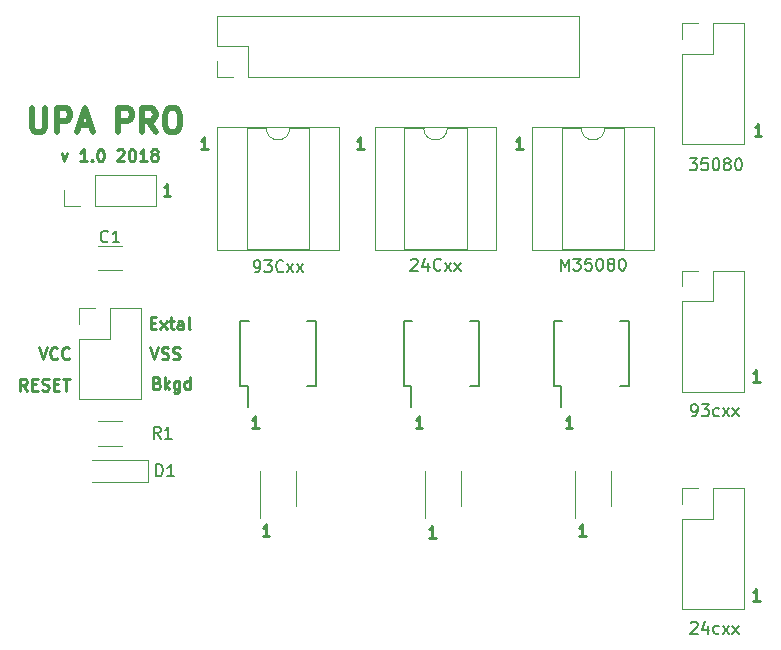
<source format=gto>
G04 #@! TF.GenerationSoftware,KiCad,Pcbnew,5.0.0-fee4fd1~65~ubuntu16.04.1*
G04 #@! TF.CreationDate,2018-07-25T18:48:16-06:00*
G04 #@! TF.ProjectId,UPA_Shield_001,5550415F536869656C645F3030312E6B,rev?*
G04 #@! TF.SameCoordinates,Original*
G04 #@! TF.FileFunction,Legend,Top*
G04 #@! TF.FilePolarity,Positive*
%FSLAX46Y46*%
G04 Gerber Fmt 4.6, Leading zero omitted, Abs format (unit mm)*
G04 Created by KiCad (PCBNEW 5.0.0-fee4fd1~65~ubuntu16.04.1) date Wed Jul 25 18:48:16 2018*
%MOMM*%
%LPD*%
G01*
G04 APERTURE LIST*
%ADD10C,0.250000*%
%ADD11C,0.500000*%
%ADD12C,0.120000*%
%ADD13C,0.150000*%
G04 APERTURE END LIST*
D10*
X124237714Y-79954380D02*
X123666285Y-79954380D01*
X123952000Y-79954380D02*
X123952000Y-78954380D01*
X123856761Y-79097238D01*
X123761523Y-79192476D01*
X123666285Y-79240095D01*
X112085619Y-96464380D02*
X111752285Y-95988190D01*
X111514190Y-96464380D02*
X111514190Y-95464380D01*
X111895142Y-95464380D01*
X111990380Y-95512000D01*
X112038000Y-95559619D01*
X112085619Y-95654857D01*
X112085619Y-95797714D01*
X112038000Y-95892952D01*
X111990380Y-95940571D01*
X111895142Y-95988190D01*
X111514190Y-95988190D01*
X112514190Y-95940571D02*
X112847523Y-95940571D01*
X112990380Y-96464380D02*
X112514190Y-96464380D01*
X112514190Y-95464380D01*
X112990380Y-95464380D01*
X113371333Y-96416761D02*
X113514190Y-96464380D01*
X113752285Y-96464380D01*
X113847523Y-96416761D01*
X113895142Y-96369142D01*
X113942761Y-96273904D01*
X113942761Y-96178666D01*
X113895142Y-96083428D01*
X113847523Y-96035809D01*
X113752285Y-95988190D01*
X113561809Y-95940571D01*
X113466571Y-95892952D01*
X113418952Y-95845333D01*
X113371333Y-95750095D01*
X113371333Y-95654857D01*
X113418952Y-95559619D01*
X113466571Y-95512000D01*
X113561809Y-95464380D01*
X113799904Y-95464380D01*
X113942761Y-95512000D01*
X114371333Y-95940571D02*
X114704666Y-95940571D01*
X114847523Y-96464380D02*
X114371333Y-96464380D01*
X114371333Y-95464380D01*
X114847523Y-95464380D01*
X115133238Y-95464380D02*
X115704666Y-95464380D01*
X115418952Y-96464380D02*
X115418952Y-95464380D01*
X113093666Y-92797380D02*
X113427000Y-93797380D01*
X113760333Y-92797380D01*
X114665095Y-93702142D02*
X114617476Y-93749761D01*
X114474619Y-93797380D01*
X114379380Y-93797380D01*
X114236523Y-93749761D01*
X114141285Y-93654523D01*
X114093666Y-93559285D01*
X114046047Y-93368809D01*
X114046047Y-93225952D01*
X114093666Y-93035476D01*
X114141285Y-92940238D01*
X114236523Y-92845000D01*
X114379380Y-92797380D01*
X114474619Y-92797380D01*
X114617476Y-92845000D01*
X114665095Y-92892619D01*
X115665095Y-93702142D02*
X115617476Y-93749761D01*
X115474619Y-93797380D01*
X115379380Y-93797380D01*
X115236523Y-93749761D01*
X115141285Y-93654523D01*
X115093666Y-93559285D01*
X115046047Y-93368809D01*
X115046047Y-93225952D01*
X115093666Y-93035476D01*
X115141285Y-92940238D01*
X115236523Y-92845000D01*
X115379380Y-92797380D01*
X115474619Y-92797380D01*
X115617476Y-92845000D01*
X115665095Y-92892619D01*
X123094904Y-95813571D02*
X123237761Y-95861190D01*
X123285380Y-95908809D01*
X123333000Y-96004047D01*
X123333000Y-96146904D01*
X123285380Y-96242142D01*
X123237761Y-96289761D01*
X123142523Y-96337380D01*
X122761571Y-96337380D01*
X122761571Y-95337380D01*
X123094904Y-95337380D01*
X123190142Y-95385000D01*
X123237761Y-95432619D01*
X123285380Y-95527857D01*
X123285380Y-95623095D01*
X123237761Y-95718333D01*
X123190142Y-95765952D01*
X123094904Y-95813571D01*
X122761571Y-95813571D01*
X123761571Y-96337380D02*
X123761571Y-95337380D01*
X123856809Y-95956428D02*
X124142523Y-96337380D01*
X124142523Y-95670714D02*
X123761571Y-96051666D01*
X124999666Y-95670714D02*
X124999666Y-96480238D01*
X124952047Y-96575476D01*
X124904428Y-96623095D01*
X124809190Y-96670714D01*
X124666333Y-96670714D01*
X124571095Y-96623095D01*
X124999666Y-96289761D02*
X124904428Y-96337380D01*
X124713952Y-96337380D01*
X124618714Y-96289761D01*
X124571095Y-96242142D01*
X124523476Y-96146904D01*
X124523476Y-95861190D01*
X124571095Y-95765952D01*
X124618714Y-95718333D01*
X124713952Y-95670714D01*
X124904428Y-95670714D01*
X124999666Y-95718333D01*
X125904428Y-96337380D02*
X125904428Y-95337380D01*
X125904428Y-96289761D02*
X125809190Y-96337380D01*
X125618714Y-96337380D01*
X125523476Y-96289761D01*
X125475857Y-96242142D01*
X125428238Y-96146904D01*
X125428238Y-95861190D01*
X125475857Y-95765952D01*
X125523476Y-95718333D01*
X125618714Y-95670714D01*
X125809190Y-95670714D01*
X125904428Y-95718333D01*
X122539285Y-92797380D02*
X122872619Y-93797380D01*
X123205952Y-92797380D01*
X123491666Y-93749761D02*
X123634523Y-93797380D01*
X123872619Y-93797380D01*
X123967857Y-93749761D01*
X124015476Y-93702142D01*
X124063095Y-93606904D01*
X124063095Y-93511666D01*
X124015476Y-93416428D01*
X123967857Y-93368809D01*
X123872619Y-93321190D01*
X123682142Y-93273571D01*
X123586904Y-93225952D01*
X123539285Y-93178333D01*
X123491666Y-93083095D01*
X123491666Y-92987857D01*
X123539285Y-92892619D01*
X123586904Y-92845000D01*
X123682142Y-92797380D01*
X123920238Y-92797380D01*
X124063095Y-92845000D01*
X124444047Y-93749761D02*
X124586904Y-93797380D01*
X124825000Y-93797380D01*
X124920238Y-93749761D01*
X124967857Y-93702142D01*
X125015476Y-93606904D01*
X125015476Y-93511666D01*
X124967857Y-93416428D01*
X124920238Y-93368809D01*
X124825000Y-93321190D01*
X124634523Y-93273571D01*
X124539285Y-93225952D01*
X124491666Y-93178333D01*
X124444047Y-93083095D01*
X124444047Y-92987857D01*
X124491666Y-92892619D01*
X124539285Y-92845000D01*
X124634523Y-92797380D01*
X124872619Y-92797380D01*
X125015476Y-92845000D01*
X122586952Y-90733571D02*
X122920285Y-90733571D01*
X123063142Y-91257380D02*
X122586952Y-91257380D01*
X122586952Y-90257380D01*
X123063142Y-90257380D01*
X123396476Y-91257380D02*
X123920285Y-90590714D01*
X123396476Y-90590714D02*
X123920285Y-91257380D01*
X124158380Y-90590714D02*
X124539333Y-90590714D01*
X124301238Y-90257380D02*
X124301238Y-91114523D01*
X124348857Y-91209761D01*
X124444095Y-91257380D01*
X124539333Y-91257380D01*
X125301238Y-91257380D02*
X125301238Y-90733571D01*
X125253619Y-90638333D01*
X125158380Y-90590714D01*
X124967904Y-90590714D01*
X124872666Y-90638333D01*
X125301238Y-91209761D02*
X125206000Y-91257380D01*
X124967904Y-91257380D01*
X124872666Y-91209761D01*
X124825047Y-91114523D01*
X124825047Y-91019285D01*
X124872666Y-90924047D01*
X124967904Y-90876428D01*
X125206000Y-90876428D01*
X125301238Y-90828809D01*
X125920285Y-91257380D02*
X125825047Y-91209761D01*
X125777428Y-91114523D01*
X125777428Y-90257380D01*
X174148714Y-114244380D02*
X173577285Y-114244380D01*
X173863000Y-114244380D02*
X173863000Y-113244380D01*
X173767761Y-113387238D01*
X173672523Y-113482476D01*
X173577285Y-113530095D01*
X174148714Y-95702380D02*
X173577285Y-95702380D01*
X173863000Y-95702380D02*
X173863000Y-94702380D01*
X173767761Y-94845238D01*
X173672523Y-94940476D01*
X173577285Y-94988095D01*
X174275714Y-74874380D02*
X173704285Y-74874380D01*
X173990000Y-74874380D02*
X173990000Y-73874380D01*
X173894761Y-74017238D01*
X173799523Y-74112476D01*
X173704285Y-74160095D01*
X158273714Y-99639380D02*
X157702285Y-99639380D01*
X157988000Y-99639380D02*
X157988000Y-98639380D01*
X157892761Y-98782238D01*
X157797523Y-98877476D01*
X157702285Y-98925095D01*
X159416714Y-108783380D02*
X158845285Y-108783380D01*
X159131000Y-108783380D02*
X159131000Y-107783380D01*
X159035761Y-107926238D01*
X158940523Y-108021476D01*
X158845285Y-108069095D01*
X146716714Y-108910380D02*
X146145285Y-108910380D01*
X146431000Y-108910380D02*
X146431000Y-107910380D01*
X146335761Y-108053238D01*
X146240523Y-108148476D01*
X146145285Y-108196095D01*
X145573714Y-99639380D02*
X145002285Y-99639380D01*
X145288000Y-99639380D02*
X145288000Y-98639380D01*
X145192761Y-98782238D01*
X145097523Y-98877476D01*
X145002285Y-98925095D01*
X132619714Y-108783380D02*
X132048285Y-108783380D01*
X132334000Y-108783380D02*
X132334000Y-107783380D01*
X132238761Y-107926238D01*
X132143523Y-108021476D01*
X132048285Y-108069095D01*
X131730714Y-99639380D02*
X131159285Y-99639380D01*
X131445000Y-99639380D02*
X131445000Y-98639380D01*
X131349761Y-98782238D01*
X131254523Y-98877476D01*
X131159285Y-98925095D01*
X154082714Y-76017380D02*
X153511285Y-76017380D01*
X153797000Y-76017380D02*
X153797000Y-75017380D01*
X153701761Y-75160238D01*
X153606523Y-75255476D01*
X153511285Y-75303095D01*
X140620714Y-76017380D02*
X140049285Y-76017380D01*
X140335000Y-76017380D02*
X140335000Y-75017380D01*
X140239761Y-75160238D01*
X140144523Y-75255476D01*
X140049285Y-75303095D01*
X127412714Y-76017380D02*
X126841285Y-76017380D01*
X127127000Y-76017380D02*
X127127000Y-75017380D01*
X127031761Y-75160238D01*
X126936523Y-75255476D01*
X126841285Y-75303095D01*
X115030761Y-76366714D02*
X115268857Y-77033380D01*
X115506952Y-76366714D01*
X117173619Y-77033380D02*
X116602190Y-77033380D01*
X116887904Y-77033380D02*
X116887904Y-76033380D01*
X116792666Y-76176238D01*
X116697428Y-76271476D01*
X116602190Y-76319095D01*
X117602190Y-76938142D02*
X117649809Y-76985761D01*
X117602190Y-77033380D01*
X117554571Y-76985761D01*
X117602190Y-76938142D01*
X117602190Y-77033380D01*
X118268857Y-76033380D02*
X118364095Y-76033380D01*
X118459333Y-76081000D01*
X118506952Y-76128619D01*
X118554571Y-76223857D01*
X118602190Y-76414333D01*
X118602190Y-76652428D01*
X118554571Y-76842904D01*
X118506952Y-76938142D01*
X118459333Y-76985761D01*
X118364095Y-77033380D01*
X118268857Y-77033380D01*
X118173619Y-76985761D01*
X118126000Y-76938142D01*
X118078380Y-76842904D01*
X118030761Y-76652428D01*
X118030761Y-76414333D01*
X118078380Y-76223857D01*
X118126000Y-76128619D01*
X118173619Y-76081000D01*
X118268857Y-76033380D01*
X119745047Y-76128619D02*
X119792666Y-76081000D01*
X119887904Y-76033380D01*
X120126000Y-76033380D01*
X120221238Y-76081000D01*
X120268857Y-76128619D01*
X120316476Y-76223857D01*
X120316476Y-76319095D01*
X120268857Y-76461952D01*
X119697428Y-77033380D01*
X120316476Y-77033380D01*
X120935523Y-76033380D02*
X121030761Y-76033380D01*
X121126000Y-76081000D01*
X121173619Y-76128619D01*
X121221238Y-76223857D01*
X121268857Y-76414333D01*
X121268857Y-76652428D01*
X121221238Y-76842904D01*
X121173619Y-76938142D01*
X121126000Y-76985761D01*
X121030761Y-77033380D01*
X120935523Y-77033380D01*
X120840285Y-76985761D01*
X120792666Y-76938142D01*
X120745047Y-76842904D01*
X120697428Y-76652428D01*
X120697428Y-76414333D01*
X120745047Y-76223857D01*
X120792666Y-76128619D01*
X120840285Y-76081000D01*
X120935523Y-76033380D01*
X122221238Y-77033380D02*
X121649809Y-77033380D01*
X121935523Y-77033380D02*
X121935523Y-76033380D01*
X121840285Y-76176238D01*
X121745047Y-76271476D01*
X121649809Y-76319095D01*
X122792666Y-76461952D02*
X122697428Y-76414333D01*
X122649809Y-76366714D01*
X122602190Y-76271476D01*
X122602190Y-76223857D01*
X122649809Y-76128619D01*
X122697428Y-76081000D01*
X122792666Y-76033380D01*
X122983142Y-76033380D01*
X123078380Y-76081000D01*
X123126000Y-76128619D01*
X123173619Y-76223857D01*
X123173619Y-76271476D01*
X123126000Y-76366714D01*
X123078380Y-76414333D01*
X122983142Y-76461952D01*
X122792666Y-76461952D01*
X122697428Y-76509571D01*
X122649809Y-76557190D01*
X122602190Y-76652428D01*
X122602190Y-76842904D01*
X122649809Y-76938142D01*
X122697428Y-76985761D01*
X122792666Y-77033380D01*
X122983142Y-77033380D01*
X123078380Y-76985761D01*
X123126000Y-76938142D01*
X123173619Y-76842904D01*
X123173619Y-76652428D01*
X123126000Y-76557190D01*
X123078380Y-76509571D01*
X122983142Y-76461952D01*
D11*
X112506904Y-72564761D02*
X112506904Y-74183809D01*
X112602142Y-74374285D01*
X112697380Y-74469523D01*
X112887857Y-74564761D01*
X113268809Y-74564761D01*
X113459285Y-74469523D01*
X113554523Y-74374285D01*
X113649761Y-74183809D01*
X113649761Y-72564761D01*
X114602142Y-74564761D02*
X114602142Y-72564761D01*
X115364047Y-72564761D01*
X115554523Y-72660000D01*
X115649761Y-72755238D01*
X115745000Y-72945714D01*
X115745000Y-73231428D01*
X115649761Y-73421904D01*
X115554523Y-73517142D01*
X115364047Y-73612380D01*
X114602142Y-73612380D01*
X116506904Y-73993333D02*
X117459285Y-73993333D01*
X116316428Y-74564761D02*
X116983095Y-72564761D01*
X117649761Y-74564761D01*
X119840238Y-74564761D02*
X119840238Y-72564761D01*
X120602142Y-72564761D01*
X120792619Y-72660000D01*
X120887857Y-72755238D01*
X120983095Y-72945714D01*
X120983095Y-73231428D01*
X120887857Y-73421904D01*
X120792619Y-73517142D01*
X120602142Y-73612380D01*
X119840238Y-73612380D01*
X122983095Y-74564761D02*
X122316428Y-73612380D01*
X121840238Y-74564761D02*
X121840238Y-72564761D01*
X122602142Y-72564761D01*
X122792619Y-72660000D01*
X122887857Y-72755238D01*
X122983095Y-72945714D01*
X122983095Y-73231428D01*
X122887857Y-73421904D01*
X122792619Y-73517142D01*
X122602142Y-73612380D01*
X121840238Y-73612380D01*
X124221190Y-72564761D02*
X124602142Y-72564761D01*
X124792619Y-72660000D01*
X124983095Y-72850476D01*
X125078333Y-73231428D01*
X125078333Y-73898095D01*
X124983095Y-74279047D01*
X124792619Y-74469523D01*
X124602142Y-74564761D01*
X124221190Y-74564761D01*
X124030714Y-74469523D01*
X123840238Y-74279047D01*
X123745000Y-73898095D01*
X123745000Y-73231428D01*
X123840238Y-72850476D01*
X124030714Y-72660000D01*
X124221190Y-72564761D01*
D12*
G04 #@! TO.C,J1*
X128210000Y-69910000D02*
X128210000Y-68580000D01*
X129540000Y-69910000D02*
X128210000Y-69910000D01*
X128210000Y-67310000D02*
X128210000Y-64710000D01*
X130810000Y-67310000D02*
X128210000Y-67310000D01*
X130810000Y-69910000D02*
X130810000Y-67310000D01*
X128210000Y-64710000D02*
X158810000Y-64710000D01*
X130810000Y-69910000D02*
X158810000Y-69910000D01*
X158810000Y-69910000D02*
X158810000Y-64710000D01*
G04 #@! TO.C,J2*
X167580000Y-75625000D02*
X172780000Y-75625000D01*
X167580000Y-67945000D02*
X167580000Y-75625000D01*
X172780000Y-65345000D02*
X172780000Y-75625000D01*
X167580000Y-67945000D02*
X170180000Y-67945000D01*
X170180000Y-67945000D02*
X170180000Y-65345000D01*
X170180000Y-65345000D02*
X172780000Y-65345000D01*
X167580000Y-66675000D02*
X167580000Y-65345000D01*
X167580000Y-65345000D02*
X168910000Y-65345000D01*
G04 #@! TO.C,J3*
X167580000Y-96580000D02*
X172780000Y-96580000D01*
X167580000Y-88900000D02*
X167580000Y-96580000D01*
X172780000Y-86300000D02*
X172780000Y-96580000D01*
X167580000Y-88900000D02*
X170180000Y-88900000D01*
X170180000Y-88900000D02*
X170180000Y-86300000D01*
X170180000Y-86300000D02*
X172780000Y-86300000D01*
X167580000Y-87630000D02*
X167580000Y-86300000D01*
X167580000Y-86300000D02*
X168910000Y-86300000D01*
G04 #@! TO.C,J4*
X167580000Y-104715000D02*
X168910000Y-104715000D01*
X167580000Y-106045000D02*
X167580000Y-104715000D01*
X170180000Y-104715000D02*
X172780000Y-104715000D01*
X170180000Y-107315000D02*
X170180000Y-104715000D01*
X167580000Y-107315000D02*
X170180000Y-107315000D01*
X172780000Y-104715000D02*
X172780000Y-114995000D01*
X167580000Y-107315000D02*
X167580000Y-114995000D01*
X167580000Y-114995000D02*
X172780000Y-114995000D01*
G04 #@! TO.C,J6*
X122996000Y-80832000D02*
X122996000Y-78172000D01*
X117856000Y-80832000D02*
X122996000Y-80832000D01*
X117856000Y-78172000D02*
X122996000Y-78172000D01*
X117856000Y-80832000D02*
X117856000Y-78172000D01*
X116586000Y-80832000D02*
X115256000Y-80832000D01*
X115256000Y-80832000D02*
X115256000Y-79502000D01*
G04 #@! TO.C,J11*
X116526000Y-97215000D02*
X121726000Y-97215000D01*
X116526000Y-92075000D02*
X116526000Y-97215000D01*
X121726000Y-89475000D02*
X121726000Y-97215000D01*
X116526000Y-92075000D02*
X119126000Y-92075000D01*
X119126000Y-92075000D02*
X119126000Y-89475000D01*
X119126000Y-89475000D02*
X121726000Y-89475000D01*
X116526000Y-90805000D02*
X116526000Y-89475000D01*
X116526000Y-89475000D02*
X117856000Y-89475000D01*
G04 #@! TO.C,U1*
X134350000Y-74235000D02*
G75*
G02X132350000Y-74235000I-1000000J0D01*
G01*
X132350000Y-74235000D02*
X130700000Y-74235000D01*
X130700000Y-74235000D02*
X130700000Y-84515000D01*
X130700000Y-84515000D02*
X136000000Y-84515000D01*
X136000000Y-84515000D02*
X136000000Y-74235000D01*
X136000000Y-74235000D02*
X134350000Y-74235000D01*
X128210000Y-74175000D02*
X128210000Y-84575000D01*
X128210000Y-84575000D02*
X138490000Y-84575000D01*
X138490000Y-84575000D02*
X138490000Y-74175000D01*
X138490000Y-74175000D02*
X128210000Y-74175000D01*
D13*
G04 #@! TO.C,U2*
X130145000Y-96095000D02*
X130800000Y-96095000D01*
X130145000Y-90595000D02*
X130895000Y-90595000D01*
X136555000Y-90595000D02*
X135805000Y-90595000D01*
X136555000Y-96095000D02*
X135805000Y-96095000D01*
X130145000Y-96095000D02*
X130145000Y-90595000D01*
X136555000Y-96095000D02*
X136555000Y-90595000D01*
X130800000Y-96095000D02*
X130800000Y-97845000D01*
D12*
G04 #@! TO.C,U4*
X151825000Y-74175000D02*
X141545000Y-74175000D01*
X151825000Y-84575000D02*
X151825000Y-74175000D01*
X141545000Y-84575000D02*
X151825000Y-84575000D01*
X141545000Y-74175000D02*
X141545000Y-84575000D01*
X149335000Y-74235000D02*
X147685000Y-74235000D01*
X149335000Y-84515000D02*
X149335000Y-74235000D01*
X144035000Y-84515000D02*
X149335000Y-84515000D01*
X144035000Y-74235000D02*
X144035000Y-84515000D01*
X145685000Y-74235000D02*
X144035000Y-74235000D01*
X147685000Y-74235000D02*
G75*
G02X145685000Y-74235000I-1000000J0D01*
G01*
D13*
G04 #@! TO.C,U5*
X144643000Y-96095000D02*
X144643000Y-97845000D01*
X150398000Y-96095000D02*
X150398000Y-90595000D01*
X143988000Y-96095000D02*
X143988000Y-90595000D01*
X150398000Y-96095000D02*
X149648000Y-96095000D01*
X150398000Y-90595000D02*
X149648000Y-90595000D01*
X143988000Y-90595000D02*
X144738000Y-90595000D01*
X143988000Y-96095000D02*
X144643000Y-96095000D01*
D12*
G04 #@! TO.C,U6*
X145820000Y-103275000D02*
X145820000Y-107275000D01*
X148820000Y-103275000D02*
X148820000Y-106275000D01*
G04 #@! TO.C,U7*
X161020000Y-74235000D02*
G75*
G02X159020000Y-74235000I-1000000J0D01*
G01*
X159020000Y-74235000D02*
X157370000Y-74235000D01*
X157370000Y-74235000D02*
X157370000Y-84515000D01*
X157370000Y-84515000D02*
X162670000Y-84515000D01*
X162670000Y-84515000D02*
X162670000Y-74235000D01*
X162670000Y-74235000D02*
X161020000Y-74235000D01*
X154880000Y-74175000D02*
X154880000Y-84575000D01*
X154880000Y-84575000D02*
X165160000Y-84575000D01*
X165160000Y-84575000D02*
X165160000Y-74175000D01*
X165160000Y-74175000D02*
X154880000Y-74175000D01*
D13*
G04 #@! TO.C,U8*
X156688000Y-96095000D02*
X157343000Y-96095000D01*
X156688000Y-90595000D02*
X157438000Y-90595000D01*
X163098000Y-90595000D02*
X162348000Y-90595000D01*
X163098000Y-96095000D02*
X162348000Y-96095000D01*
X156688000Y-96095000D02*
X156688000Y-90595000D01*
X163098000Y-96095000D02*
X163098000Y-90595000D01*
X157343000Y-96095000D02*
X157343000Y-97845000D01*
D12*
G04 #@! TO.C,U9*
X161520000Y-103275000D02*
X161520000Y-106275000D01*
X158520000Y-103275000D02*
X158520000Y-107275000D01*
G04 #@! TO.C,U3*
X134850000Y-103275000D02*
X134850000Y-106275000D01*
X131850000Y-103275000D02*
X131850000Y-107275000D01*
G04 #@! TO.C,C1*
X118126000Y-86237000D02*
X120126000Y-86237000D01*
X120126000Y-84197000D02*
X118126000Y-84197000D01*
G04 #@! TO.C,D1*
X122326001Y-104201000D02*
X117626001Y-104201000D01*
X122326001Y-102301000D02*
X117626001Y-102301000D01*
X122326001Y-104201000D02*
X122326001Y-102301000D01*
G04 #@! TO.C,R1*
X120126000Y-101146000D02*
X118126000Y-101146000D01*
X118126000Y-99006000D02*
X120126000Y-99006000D01*
G04 #@! TO.C,*
D13*
G04 #@! TO.C,J2*
X168195904Y-76795380D02*
X168814952Y-76795380D01*
X168481619Y-77176333D01*
X168624476Y-77176333D01*
X168719714Y-77223952D01*
X168767333Y-77271571D01*
X168814952Y-77366809D01*
X168814952Y-77604904D01*
X168767333Y-77700142D01*
X168719714Y-77747761D01*
X168624476Y-77795380D01*
X168338761Y-77795380D01*
X168243523Y-77747761D01*
X168195904Y-77700142D01*
X169719714Y-76795380D02*
X169243523Y-76795380D01*
X169195904Y-77271571D01*
X169243523Y-77223952D01*
X169338761Y-77176333D01*
X169576857Y-77176333D01*
X169672095Y-77223952D01*
X169719714Y-77271571D01*
X169767333Y-77366809D01*
X169767333Y-77604904D01*
X169719714Y-77700142D01*
X169672095Y-77747761D01*
X169576857Y-77795380D01*
X169338761Y-77795380D01*
X169243523Y-77747761D01*
X169195904Y-77700142D01*
X170386380Y-76795380D02*
X170481619Y-76795380D01*
X170576857Y-76843000D01*
X170624476Y-76890619D01*
X170672095Y-76985857D01*
X170719714Y-77176333D01*
X170719714Y-77414428D01*
X170672095Y-77604904D01*
X170624476Y-77700142D01*
X170576857Y-77747761D01*
X170481619Y-77795380D01*
X170386380Y-77795380D01*
X170291142Y-77747761D01*
X170243523Y-77700142D01*
X170195904Y-77604904D01*
X170148285Y-77414428D01*
X170148285Y-77176333D01*
X170195904Y-76985857D01*
X170243523Y-76890619D01*
X170291142Y-76843000D01*
X170386380Y-76795380D01*
X171291142Y-77223952D02*
X171195904Y-77176333D01*
X171148285Y-77128714D01*
X171100666Y-77033476D01*
X171100666Y-76985857D01*
X171148285Y-76890619D01*
X171195904Y-76843000D01*
X171291142Y-76795380D01*
X171481619Y-76795380D01*
X171576857Y-76843000D01*
X171624476Y-76890619D01*
X171672095Y-76985857D01*
X171672095Y-77033476D01*
X171624476Y-77128714D01*
X171576857Y-77176333D01*
X171481619Y-77223952D01*
X171291142Y-77223952D01*
X171195904Y-77271571D01*
X171148285Y-77319190D01*
X171100666Y-77414428D01*
X171100666Y-77604904D01*
X171148285Y-77700142D01*
X171195904Y-77747761D01*
X171291142Y-77795380D01*
X171481619Y-77795380D01*
X171576857Y-77747761D01*
X171624476Y-77700142D01*
X171672095Y-77604904D01*
X171672095Y-77414428D01*
X171624476Y-77319190D01*
X171576857Y-77271571D01*
X171481619Y-77223952D01*
X172291142Y-76795380D02*
X172386380Y-76795380D01*
X172481619Y-76843000D01*
X172529238Y-76890619D01*
X172576857Y-76985857D01*
X172624476Y-77176333D01*
X172624476Y-77414428D01*
X172576857Y-77604904D01*
X172529238Y-77700142D01*
X172481619Y-77747761D01*
X172386380Y-77795380D01*
X172291142Y-77795380D01*
X172195904Y-77747761D01*
X172148285Y-77700142D01*
X172100666Y-77604904D01*
X172053047Y-77414428D01*
X172053047Y-77176333D01*
X172100666Y-76985857D01*
X172148285Y-76890619D01*
X172195904Y-76843000D01*
X172291142Y-76795380D01*
G04 #@! TO.C,J3*
X168402238Y-98623380D02*
X168592714Y-98623380D01*
X168687952Y-98575761D01*
X168735571Y-98528142D01*
X168830809Y-98385285D01*
X168878428Y-98194809D01*
X168878428Y-97813857D01*
X168830809Y-97718619D01*
X168783190Y-97671000D01*
X168687952Y-97623380D01*
X168497476Y-97623380D01*
X168402238Y-97671000D01*
X168354619Y-97718619D01*
X168307000Y-97813857D01*
X168307000Y-98051952D01*
X168354619Y-98147190D01*
X168402238Y-98194809D01*
X168497476Y-98242428D01*
X168687952Y-98242428D01*
X168783190Y-98194809D01*
X168830809Y-98147190D01*
X168878428Y-98051952D01*
X169211761Y-97623380D02*
X169830809Y-97623380D01*
X169497476Y-98004333D01*
X169640333Y-98004333D01*
X169735571Y-98051952D01*
X169783190Y-98099571D01*
X169830809Y-98194809D01*
X169830809Y-98432904D01*
X169783190Y-98528142D01*
X169735571Y-98575761D01*
X169640333Y-98623380D01*
X169354619Y-98623380D01*
X169259380Y-98575761D01*
X169211761Y-98528142D01*
X170687952Y-98575761D02*
X170592714Y-98623380D01*
X170402238Y-98623380D01*
X170307000Y-98575761D01*
X170259380Y-98528142D01*
X170211761Y-98432904D01*
X170211761Y-98147190D01*
X170259380Y-98051952D01*
X170307000Y-98004333D01*
X170402238Y-97956714D01*
X170592714Y-97956714D01*
X170687952Y-98004333D01*
X171021285Y-98623380D02*
X171545095Y-97956714D01*
X171021285Y-97956714D02*
X171545095Y-98623380D01*
X171830809Y-98623380D02*
X172354619Y-97956714D01*
X171830809Y-97956714D02*
X172354619Y-98623380D01*
G04 #@! TO.C,J4*
X168307000Y-116133619D02*
X168354619Y-116086000D01*
X168449857Y-116038380D01*
X168687952Y-116038380D01*
X168783190Y-116086000D01*
X168830809Y-116133619D01*
X168878428Y-116228857D01*
X168878428Y-116324095D01*
X168830809Y-116466952D01*
X168259380Y-117038380D01*
X168878428Y-117038380D01*
X169735571Y-116371714D02*
X169735571Y-117038380D01*
X169497476Y-115990761D02*
X169259380Y-116705047D01*
X169878428Y-116705047D01*
X170687952Y-116990761D02*
X170592714Y-117038380D01*
X170402238Y-117038380D01*
X170307000Y-116990761D01*
X170259380Y-116943142D01*
X170211761Y-116847904D01*
X170211761Y-116562190D01*
X170259380Y-116466952D01*
X170307000Y-116419333D01*
X170402238Y-116371714D01*
X170592714Y-116371714D01*
X170687952Y-116419333D01*
X171021285Y-117038380D02*
X171545095Y-116371714D01*
X171021285Y-116371714D02*
X171545095Y-117038380D01*
X171830809Y-117038380D02*
X172354619Y-116371714D01*
X171830809Y-116371714D02*
X172354619Y-117038380D01*
G04 #@! TO.C,U1*
X131373809Y-86431380D02*
X131564285Y-86431380D01*
X131659523Y-86383761D01*
X131707142Y-86336142D01*
X131802380Y-86193285D01*
X131850000Y-86002809D01*
X131850000Y-85621857D01*
X131802380Y-85526619D01*
X131754761Y-85479000D01*
X131659523Y-85431380D01*
X131469047Y-85431380D01*
X131373809Y-85479000D01*
X131326190Y-85526619D01*
X131278571Y-85621857D01*
X131278571Y-85859952D01*
X131326190Y-85955190D01*
X131373809Y-86002809D01*
X131469047Y-86050428D01*
X131659523Y-86050428D01*
X131754761Y-86002809D01*
X131802380Y-85955190D01*
X131850000Y-85859952D01*
X132183333Y-85431380D02*
X132802380Y-85431380D01*
X132469047Y-85812333D01*
X132611904Y-85812333D01*
X132707142Y-85859952D01*
X132754761Y-85907571D01*
X132802380Y-86002809D01*
X132802380Y-86240904D01*
X132754761Y-86336142D01*
X132707142Y-86383761D01*
X132611904Y-86431380D01*
X132326190Y-86431380D01*
X132230952Y-86383761D01*
X132183333Y-86336142D01*
X133802380Y-86336142D02*
X133754761Y-86383761D01*
X133611904Y-86431380D01*
X133516666Y-86431380D01*
X133373809Y-86383761D01*
X133278571Y-86288523D01*
X133230952Y-86193285D01*
X133183333Y-86002809D01*
X133183333Y-85859952D01*
X133230952Y-85669476D01*
X133278571Y-85574238D01*
X133373809Y-85479000D01*
X133516666Y-85431380D01*
X133611904Y-85431380D01*
X133754761Y-85479000D01*
X133802380Y-85526619D01*
X134135714Y-86431380D02*
X134659523Y-85764714D01*
X134135714Y-85764714D02*
X134659523Y-86431380D01*
X134945238Y-86431380D02*
X135469047Y-85764714D01*
X134945238Y-85764714D02*
X135469047Y-86431380D01*
G04 #@! TO.C,U4*
X144613571Y-85399619D02*
X144661190Y-85352000D01*
X144756428Y-85304380D01*
X144994523Y-85304380D01*
X145089761Y-85352000D01*
X145137380Y-85399619D01*
X145185000Y-85494857D01*
X145185000Y-85590095D01*
X145137380Y-85732952D01*
X144565952Y-86304380D01*
X145185000Y-86304380D01*
X146042142Y-85637714D02*
X146042142Y-86304380D01*
X145804047Y-85256761D02*
X145565952Y-85971047D01*
X146185000Y-85971047D01*
X147137380Y-86209142D02*
X147089761Y-86256761D01*
X146946904Y-86304380D01*
X146851666Y-86304380D01*
X146708809Y-86256761D01*
X146613571Y-86161523D01*
X146565952Y-86066285D01*
X146518333Y-85875809D01*
X146518333Y-85732952D01*
X146565952Y-85542476D01*
X146613571Y-85447238D01*
X146708809Y-85352000D01*
X146851666Y-85304380D01*
X146946904Y-85304380D01*
X147089761Y-85352000D01*
X147137380Y-85399619D01*
X147470714Y-86304380D02*
X147994523Y-85637714D01*
X147470714Y-85637714D02*
X147994523Y-86304380D01*
X148280238Y-86304380D02*
X148804047Y-85637714D01*
X148280238Y-85637714D02*
X148804047Y-86304380D01*
G04 #@! TO.C,U7*
X157305714Y-86304380D02*
X157305714Y-85304380D01*
X157639047Y-86018666D01*
X157972380Y-85304380D01*
X157972380Y-86304380D01*
X158353333Y-85304380D02*
X158972380Y-85304380D01*
X158639047Y-85685333D01*
X158781904Y-85685333D01*
X158877142Y-85732952D01*
X158924761Y-85780571D01*
X158972380Y-85875809D01*
X158972380Y-86113904D01*
X158924761Y-86209142D01*
X158877142Y-86256761D01*
X158781904Y-86304380D01*
X158496190Y-86304380D01*
X158400952Y-86256761D01*
X158353333Y-86209142D01*
X159877142Y-85304380D02*
X159400952Y-85304380D01*
X159353333Y-85780571D01*
X159400952Y-85732952D01*
X159496190Y-85685333D01*
X159734285Y-85685333D01*
X159829523Y-85732952D01*
X159877142Y-85780571D01*
X159924761Y-85875809D01*
X159924761Y-86113904D01*
X159877142Y-86209142D01*
X159829523Y-86256761D01*
X159734285Y-86304380D01*
X159496190Y-86304380D01*
X159400952Y-86256761D01*
X159353333Y-86209142D01*
X160543809Y-85304380D02*
X160639047Y-85304380D01*
X160734285Y-85352000D01*
X160781904Y-85399619D01*
X160829523Y-85494857D01*
X160877142Y-85685333D01*
X160877142Y-85923428D01*
X160829523Y-86113904D01*
X160781904Y-86209142D01*
X160734285Y-86256761D01*
X160639047Y-86304380D01*
X160543809Y-86304380D01*
X160448571Y-86256761D01*
X160400952Y-86209142D01*
X160353333Y-86113904D01*
X160305714Y-85923428D01*
X160305714Y-85685333D01*
X160353333Y-85494857D01*
X160400952Y-85399619D01*
X160448571Y-85352000D01*
X160543809Y-85304380D01*
X161448571Y-85732952D02*
X161353333Y-85685333D01*
X161305714Y-85637714D01*
X161258095Y-85542476D01*
X161258095Y-85494857D01*
X161305714Y-85399619D01*
X161353333Y-85352000D01*
X161448571Y-85304380D01*
X161639047Y-85304380D01*
X161734285Y-85352000D01*
X161781904Y-85399619D01*
X161829523Y-85494857D01*
X161829523Y-85542476D01*
X161781904Y-85637714D01*
X161734285Y-85685333D01*
X161639047Y-85732952D01*
X161448571Y-85732952D01*
X161353333Y-85780571D01*
X161305714Y-85828190D01*
X161258095Y-85923428D01*
X161258095Y-86113904D01*
X161305714Y-86209142D01*
X161353333Y-86256761D01*
X161448571Y-86304380D01*
X161639047Y-86304380D01*
X161734285Y-86256761D01*
X161781904Y-86209142D01*
X161829523Y-86113904D01*
X161829523Y-85923428D01*
X161781904Y-85828190D01*
X161734285Y-85780571D01*
X161639047Y-85732952D01*
X162448571Y-85304380D02*
X162543809Y-85304380D01*
X162639047Y-85352000D01*
X162686666Y-85399619D01*
X162734285Y-85494857D01*
X162781904Y-85685333D01*
X162781904Y-85923428D01*
X162734285Y-86113904D01*
X162686666Y-86209142D01*
X162639047Y-86256761D01*
X162543809Y-86304380D01*
X162448571Y-86304380D01*
X162353333Y-86256761D01*
X162305714Y-86209142D01*
X162258095Y-86113904D01*
X162210476Y-85923428D01*
X162210476Y-85685333D01*
X162258095Y-85494857D01*
X162305714Y-85399619D01*
X162353333Y-85352000D01*
X162448571Y-85304380D01*
G04 #@! TO.C,C1*
X118959333Y-83824142D02*
X118911714Y-83871761D01*
X118768857Y-83919380D01*
X118673619Y-83919380D01*
X118530761Y-83871761D01*
X118435523Y-83776523D01*
X118387904Y-83681285D01*
X118340285Y-83490809D01*
X118340285Y-83347952D01*
X118387904Y-83157476D01*
X118435523Y-83062238D01*
X118530761Y-82967000D01*
X118673619Y-82919380D01*
X118768857Y-82919380D01*
X118911714Y-82967000D01*
X118959333Y-83014619D01*
X119911714Y-83919380D02*
X119340285Y-83919380D01*
X119626000Y-83919380D02*
X119626000Y-82919380D01*
X119530761Y-83062238D01*
X119435523Y-83157476D01*
X119340285Y-83205095D01*
G04 #@! TO.C,D1*
X123032906Y-103703380D02*
X123032906Y-102703380D01*
X123271002Y-102703380D01*
X123413859Y-102751000D01*
X123509097Y-102846238D01*
X123556716Y-102941476D01*
X123604335Y-103131952D01*
X123604335Y-103274809D01*
X123556716Y-103465285D01*
X123509097Y-103560523D01*
X123413859Y-103655761D01*
X123271002Y-103703380D01*
X123032906Y-103703380D01*
X124556716Y-103703380D02*
X123985287Y-103703380D01*
X124271002Y-103703380D02*
X124271002Y-102703380D01*
X124175763Y-102846238D01*
X124080525Y-102941476D01*
X123985287Y-102989095D01*
G04 #@! TO.C,R1*
X123404333Y-100528380D02*
X123071000Y-100052190D01*
X122832904Y-100528380D02*
X122832904Y-99528380D01*
X123213857Y-99528380D01*
X123309095Y-99576000D01*
X123356714Y-99623619D01*
X123404333Y-99718857D01*
X123404333Y-99861714D01*
X123356714Y-99956952D01*
X123309095Y-100004571D01*
X123213857Y-100052190D01*
X122832904Y-100052190D01*
X124356714Y-100528380D02*
X123785285Y-100528380D01*
X124071000Y-100528380D02*
X124071000Y-99528380D01*
X123975761Y-99671238D01*
X123880523Y-99766476D01*
X123785285Y-99814095D01*
G04 #@! TD*
M02*

</source>
